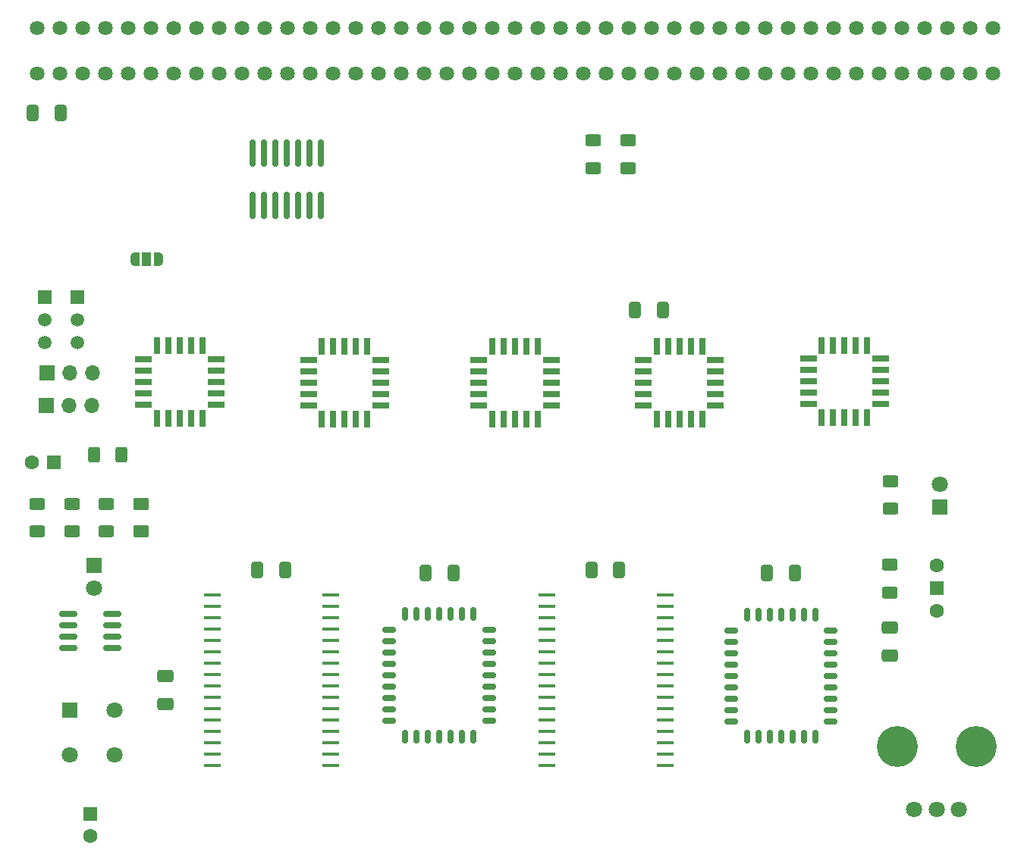
<source format=gbr>
%TF.GenerationSoftware,KiCad,Pcbnew,9.0.0*%
%TF.CreationDate,2025-03-08T11:07:18+01:00*%
%TF.ProjectId,DeMoN-Flash-J,44654d6f-4e2d-4466-9c61-73682d4a2e6b,rev?*%
%TF.SameCoordinates,Original*%
%TF.FileFunction,Soldermask,Top*%
%TF.FilePolarity,Negative*%
%FSLAX45Y45*%
G04 Gerber Fmt 4.5, Leading zero omitted, Abs format (unit mm)*
G04 Created by KiCad (PCBNEW 9.0.0) date 2025-03-08 11:07:18*
%MOMM*%
%LPD*%
G01*
G04 APERTURE LIST*
G04 Aperture macros list*
%AMRoundRect*
0 Rectangle with rounded corners*
0 $1 Rounding radius*
0 $2 $3 $4 $5 $6 $7 $8 $9 X,Y pos of 4 corners*
0 Add a 4 corners polygon primitive as box body*
4,1,4,$2,$3,$4,$5,$6,$7,$8,$9,$2,$3,0*
0 Add four circle primitives for the rounded corners*
1,1,$1+$1,$2,$3*
1,1,$1+$1,$4,$5*
1,1,$1+$1,$6,$7*
1,1,$1+$1,$8,$9*
0 Add four rect primitives between the rounded corners*
20,1,$1+$1,$2,$3,$4,$5,0*
20,1,$1+$1,$4,$5,$6,$7,0*
20,1,$1+$1,$6,$7,$8,$9,0*
20,1,$1+$1,$8,$9,$2,$3,0*%
%AMFreePoly0*
4,1,23,0.550000,-0.750000,0.000000,-0.750000,0.000000,-0.745722,-0.065263,-0.745722,-0.191342,-0.711940,-0.304381,-0.646677,-0.396677,-0.554381,-0.461940,-0.441342,-0.495722,-0.315263,-0.495722,-0.250000,-0.500000,-0.250000,-0.500000,0.250000,-0.495722,0.250000,-0.495722,0.315263,-0.461940,0.441342,-0.396677,0.554381,-0.304381,0.646677,-0.191342,0.711940,-0.065263,0.745722,0.000000,0.745722,
0.000000,0.750000,0.550000,0.750000,0.550000,-0.750000,0.550000,-0.750000,$1*%
%AMFreePoly1*
4,1,23,0.000000,0.745722,0.065263,0.745722,0.191342,0.711940,0.304381,0.646677,0.396677,0.554381,0.461940,0.441342,0.495722,0.315263,0.495722,0.250000,0.500000,0.250000,0.500000,-0.250000,0.495722,-0.250000,0.495722,-0.315263,0.461940,-0.441342,0.396677,-0.554381,0.304381,-0.646677,0.191342,-0.711940,0.065263,-0.745722,0.000000,-0.745722,0.000000,-0.750000,-0.550000,-0.750000,
-0.550000,0.750000,0.000000,0.750000,0.000000,0.745722,0.000000,0.745722,$1*%
G04 Aperture macros list end*
%ADD10R,1.500000X1.500000*%
%ADD11C,1.600000*%
%ADD12C,1.500000*%
%ADD13R,1.600000X1.600000*%
%ADD14R,1.800000X1.800000*%
%ADD15C,1.800000*%
%ADD16RoundRect,0.250000X-0.412500X-0.650000X0.412500X-0.650000X0.412500X0.650000X-0.412500X0.650000X0*%
%ADD17R,1.700000X1.700000*%
%ADD18O,1.700000X1.700000*%
%ADD19R,0.700000X1.925000*%
%ADD20R,1.925000X0.700000*%
%ADD21R,1.981000X0.457000*%
%ADD22RoundRect,0.250000X-0.625000X0.400000X-0.625000X-0.400000X0.625000X-0.400000X0.625000X0.400000X0*%
%ADD23RoundRect,0.250000X-0.650000X0.412500X-0.650000X-0.412500X0.650000X-0.412500X0.650000X0.412500X0*%
%ADD24C,1.635000*%
%ADD25RoundRect,0.250000X0.412500X0.650000X-0.412500X0.650000X-0.412500X-0.650000X0.412500X-0.650000X0*%
%ADD26RoundRect,0.150000X-0.150000X-0.587500X0.150000X-0.587500X0.150000X0.587500X-0.150000X0.587500X0*%
%ADD27RoundRect,0.150000X-0.587500X-0.150000X0.587500X-0.150000X0.587500X0.150000X-0.587500X0.150000X0*%
%ADD28RoundRect,0.150000X-0.150000X1.350000X-0.150000X-1.350000X0.150000X-1.350000X0.150000X1.350000X0*%
%ADD29C,4.575000*%
%ADD30RoundRect,0.150000X-0.825000X-0.150000X0.825000X-0.150000X0.825000X0.150000X-0.825000X0.150000X0*%
%ADD31FreePoly0,0.000000*%
%ADD32R,1.000000X1.500000*%
%ADD33FreePoly1,0.000000*%
%ADD34RoundRect,0.250001X0.624999X-0.462499X0.624999X0.462499X-0.624999X0.462499X-0.624999X-0.462499X0*%
%ADD35RoundRect,0.250000X-0.400000X-0.625000X0.400000X-0.625000X0.400000X0.625000X-0.400000X0.625000X0*%
G04 APERTURE END LIST*
D10*
%TO.C,SW2*%
X18850000Y-10169000D03*
D11*
X18850000Y-10423000D03*
X18850000Y-9915000D03*
%TD*%
D10*
%TO.C,Q2*%
X8890000Y-6920000D03*
D12*
X8890000Y-7174000D03*
X8890000Y-7428000D03*
%TD*%
D13*
%TO.C,C1*%
X9400000Y-12694489D03*
D11*
X9400000Y-12944489D03*
%TD*%
D14*
%TO.C,D2*%
X9445000Y-9922500D03*
D15*
X9445000Y-10176500D03*
%TD*%
D16*
%TO.C,C10*%
X11266590Y-9972220D03*
X11579090Y-9972220D03*
%TD*%
D10*
%TO.C,Q1*%
X9260000Y-6920000D03*
D12*
X9260000Y-7174000D03*
X9260000Y-7428000D03*
%TD*%
D17*
%TO.C,JP1*%
X8912840Y-8134220D03*
D18*
X9166840Y-8134220D03*
X9420840Y-8134220D03*
%TD*%
D19*
%TO.C,U4*%
X12240000Y-7469750D03*
X12113000Y-7469750D03*
X11986000Y-7469750D03*
D20*
X11834750Y-7621000D03*
X11834750Y-7748000D03*
X11834750Y-7875000D03*
X11834750Y-8002000D03*
X11834750Y-8129000D03*
D19*
X11986000Y-8280250D03*
X12113000Y-8280250D03*
X12240000Y-8280250D03*
X12367000Y-8280250D03*
X12494000Y-8280250D03*
D20*
X12645250Y-8129000D03*
X12645250Y-8002000D03*
X12645250Y-7875000D03*
X12645250Y-7748000D03*
X12645250Y-7621000D03*
D19*
X12494000Y-7469750D03*
X12367000Y-7469750D03*
%TD*%
D14*
%TO.C,SW1*%
X9167750Y-11537750D03*
D15*
X9667750Y-11537750D03*
X9167750Y-12037750D03*
X9667750Y-12037750D03*
%TD*%
D21*
%TO.C,U8*%
X14494440Y-10247500D03*
X14494440Y-10374500D03*
X14494440Y-10501500D03*
X14494440Y-10628500D03*
X14494440Y-10755500D03*
X14494440Y-10882500D03*
X14494440Y-11009500D03*
X14494440Y-11136500D03*
X14494440Y-11263500D03*
X14494440Y-11390500D03*
X14494440Y-11517500D03*
X14494440Y-11644500D03*
X14494440Y-11771500D03*
X14494440Y-11898500D03*
X14494440Y-12025500D03*
X14494440Y-12152500D03*
X15817240Y-12152500D03*
X15817240Y-12025500D03*
X15817240Y-11898500D03*
X15817240Y-11771500D03*
X15817240Y-11644500D03*
X15817240Y-11517500D03*
X15817240Y-11390500D03*
X15817240Y-11263500D03*
X15817240Y-11136500D03*
X15817240Y-11009500D03*
X15817240Y-10882500D03*
X15817240Y-10755500D03*
X15817240Y-10628500D03*
X15817240Y-10501500D03*
X15817240Y-10374500D03*
X15817240Y-10247500D03*
%TD*%
D22*
%TO.C,R3*%
X18330000Y-8975000D03*
X18330000Y-9285000D03*
%TD*%
D23*
%TO.C,C2*%
X10240000Y-11158750D03*
X10240000Y-11471250D03*
%TD*%
D24*
%TO.C,CN1*%
X8806000Y-4420000D03*
X8806000Y-3912000D03*
X9060000Y-4420000D03*
X9060000Y-3912000D03*
X9314000Y-4420000D03*
X9314000Y-3912000D03*
X9568000Y-4420000D03*
X9568000Y-3912000D03*
X9822000Y-4420000D03*
X9822000Y-3912000D03*
X10076000Y-4420000D03*
X10076000Y-3912000D03*
X10330000Y-4420000D03*
X10330000Y-3912000D03*
X10584000Y-4420000D03*
X10584000Y-3912000D03*
X10838000Y-4420000D03*
X10838000Y-3912000D03*
X11092000Y-4420000D03*
X11092000Y-3912000D03*
X11346000Y-4420000D03*
X11346000Y-3912000D03*
X11600000Y-4420000D03*
X11600000Y-3912000D03*
X11854000Y-4420000D03*
X11854000Y-3912000D03*
X12108000Y-4420000D03*
X12108000Y-3912000D03*
X12362000Y-4420000D03*
X12362000Y-3912000D03*
X12616000Y-4420000D03*
X12616000Y-3912000D03*
X12870000Y-4420000D03*
X12870000Y-3912000D03*
X13124000Y-4420000D03*
X13124000Y-3912000D03*
X13378000Y-4420000D03*
X13378000Y-3912000D03*
X13632000Y-4420000D03*
X13632000Y-3912000D03*
X13886000Y-4420000D03*
X13886000Y-3912000D03*
X14140000Y-4420000D03*
X14140000Y-3912000D03*
X14394000Y-4420000D03*
X14394000Y-3912000D03*
X14648000Y-4420000D03*
X14648000Y-3912000D03*
X14902000Y-4420000D03*
X14902000Y-3912000D03*
X15156000Y-4420000D03*
X15156000Y-3912000D03*
X15410000Y-4420000D03*
X15410000Y-3912000D03*
X15664000Y-4420000D03*
X15664000Y-3912000D03*
X15918000Y-4420000D03*
X15918000Y-3912000D03*
X16172000Y-4420000D03*
X16172000Y-3912000D03*
X16426000Y-4420000D03*
X16426000Y-3912000D03*
X16680000Y-4420000D03*
X16680000Y-3912000D03*
X16934000Y-4420000D03*
X16934000Y-3912000D03*
X17188000Y-4420000D03*
X17188000Y-3912000D03*
X17442000Y-4420000D03*
X17442000Y-3912000D03*
X17696000Y-4420000D03*
X17696000Y-3912000D03*
X17950000Y-4420000D03*
X17950000Y-3912000D03*
X18204000Y-4420000D03*
X18204000Y-3912000D03*
X18458000Y-4420000D03*
X18458000Y-3912000D03*
X18712000Y-4420000D03*
X18712000Y-3912000D03*
X18966000Y-4420000D03*
X18966000Y-3912000D03*
X19220000Y-4420000D03*
X19220000Y-3912000D03*
X19474000Y-4420000D03*
X19474000Y-3912000D03*
%TD*%
D25*
%TO.C,C7*%
X17267090Y-10000000D03*
X16954590Y-10000000D03*
%TD*%
D22*
%TO.C,R1*%
X15405000Y-5170000D03*
X15405000Y-5480000D03*
%TD*%
D25*
%TO.C,C4*%
X15791250Y-7065000D03*
X15478750Y-7065000D03*
%TD*%
D26*
%TO.C,U9*%
X17110840Y-10467970D03*
X16983840Y-10467970D03*
X16856840Y-10467970D03*
X16729840Y-10467970D03*
D27*
X16554590Y-10643720D03*
X16554590Y-10770720D03*
X16554590Y-10897720D03*
X16554590Y-11024720D03*
X16554590Y-11151720D03*
X16554590Y-11278720D03*
X16554590Y-11405720D03*
X16554590Y-11532720D03*
X16554590Y-11659720D03*
D26*
X16729840Y-11835470D03*
X16856840Y-11835470D03*
X16983840Y-11835470D03*
X17110840Y-11835470D03*
X17237840Y-11835470D03*
X17364840Y-11835470D03*
X17491840Y-11835470D03*
D27*
X17667090Y-11659720D03*
X17667090Y-11532720D03*
X17667090Y-11405720D03*
X17667090Y-11278720D03*
X17667090Y-11151720D03*
X17667090Y-11024720D03*
X17667090Y-10897720D03*
X17667090Y-10770720D03*
X17667090Y-10643720D03*
D26*
X17491840Y-10467970D03*
X17364840Y-10467970D03*
X17237840Y-10467970D03*
%TD*%
D22*
%TO.C,R6*%
X9195000Y-9230000D03*
X9195000Y-9540000D03*
%TD*%
D13*
%TO.C,C6*%
X8995000Y-8765000D03*
D11*
X8745000Y-8765000D03*
%TD*%
D25*
%TO.C,C9*%
X13456090Y-10000000D03*
X13143590Y-10000000D03*
%TD*%
D19*
%TO.C,U3*%
X14140000Y-7469750D03*
X14013000Y-7469750D03*
X13886000Y-7469750D03*
D20*
X13734750Y-7621000D03*
X13734750Y-7748000D03*
X13734750Y-7875000D03*
X13734750Y-8002000D03*
X13734750Y-8129000D03*
D19*
X13886000Y-8280250D03*
X14013000Y-8280250D03*
X14140000Y-8280250D03*
X14267000Y-8280250D03*
X14394000Y-8280250D03*
D20*
X14545250Y-8129000D03*
X14545250Y-8002000D03*
X14545250Y-7875000D03*
X14545250Y-7748000D03*
X14545250Y-7621000D03*
D19*
X14394000Y-7469750D03*
X14267000Y-7469750D03*
%TD*%
D21*
%TO.C,U10*%
X12082240Y-10247500D03*
X12082240Y-10374500D03*
X12082240Y-10501500D03*
X12082240Y-10628500D03*
X12082240Y-10755500D03*
X12082240Y-10882500D03*
X12082240Y-11009500D03*
X12082240Y-11136500D03*
X12082240Y-11263500D03*
X12082240Y-11390500D03*
X12082240Y-11517500D03*
X12082240Y-11644500D03*
X12082240Y-11771500D03*
X12082240Y-11898500D03*
X12082240Y-12025500D03*
X12082240Y-12152500D03*
X10759440Y-12152500D03*
X10759440Y-12025500D03*
X10759440Y-11898500D03*
X10759440Y-11771500D03*
X10759440Y-11644500D03*
X10759440Y-11517500D03*
X10759440Y-11390500D03*
X10759440Y-11263500D03*
X10759440Y-11136500D03*
X10759440Y-11009500D03*
X10759440Y-10882500D03*
X10759440Y-10755500D03*
X10759440Y-10628500D03*
X10759440Y-10501500D03*
X10759440Y-10374500D03*
X10759440Y-10247500D03*
%TD*%
D14*
%TO.C,D1*%
X18885000Y-9270000D03*
D15*
X18885000Y-9016000D03*
%TD*%
D19*
%TO.C,U1*%
X17820000Y-7459750D03*
X17693000Y-7459750D03*
X17566000Y-7459750D03*
D20*
X17414750Y-7611000D03*
X17414750Y-7738000D03*
X17414750Y-7865000D03*
X17414750Y-7992000D03*
X17414750Y-8119000D03*
D19*
X17566000Y-8270250D03*
X17693000Y-8270250D03*
X17820000Y-8270250D03*
X17947000Y-8270250D03*
X18074000Y-8270250D03*
D20*
X18225250Y-8119000D03*
X18225250Y-7992000D03*
X18225250Y-7865000D03*
X18225250Y-7738000D03*
X18225250Y-7611000D03*
D19*
X18074000Y-7459750D03*
X17947000Y-7459750D03*
%TD*%
%TO.C,U5*%
X10400000Y-7464750D03*
X10273000Y-7464750D03*
X10146000Y-7464750D03*
D20*
X9994750Y-7616000D03*
X9994750Y-7743000D03*
X9994750Y-7870000D03*
X9994750Y-7997000D03*
X9994750Y-8124000D03*
D19*
X10146000Y-8275250D03*
X10273000Y-8275250D03*
X10400000Y-8275250D03*
X10527000Y-8275250D03*
X10654000Y-8275250D03*
D20*
X10805250Y-8124000D03*
X10805250Y-7997000D03*
X10805250Y-7870000D03*
X10805250Y-7743000D03*
X10805250Y-7616000D03*
D19*
X10654000Y-7464750D03*
X10527000Y-7464750D03*
%TD*%
D23*
%TO.C,C3*%
X18320000Y-10613750D03*
X18320000Y-10926250D03*
%TD*%
D28*
%TO.C,U6*%
X11976000Y-5310000D03*
X11849000Y-5310000D03*
X11722000Y-5310000D03*
X11595000Y-5310000D03*
X11468000Y-5310000D03*
X11341000Y-5310000D03*
X11214000Y-5310000D03*
X11214000Y-5900000D03*
X11341000Y-5900000D03*
X11468000Y-5900000D03*
X11595000Y-5900000D03*
X11722000Y-5900000D03*
X11849000Y-5900000D03*
X11976000Y-5900000D03*
%TD*%
D15*
%TO.C,VR1*%
X18595840Y-12644220D03*
X18845840Y-12644220D03*
X19095840Y-12644220D03*
D29*
X18405840Y-11944220D03*
X19285840Y-11944220D03*
%TD*%
D26*
%TO.C,U7*%
X13293340Y-10462970D03*
X13166340Y-10462970D03*
X13039340Y-10462970D03*
X12912340Y-10462970D03*
D27*
X12737090Y-10638720D03*
X12737090Y-10765720D03*
X12737090Y-10892720D03*
X12737090Y-11019720D03*
X12737090Y-11146720D03*
X12737090Y-11273720D03*
X12737090Y-11400720D03*
X12737090Y-11527720D03*
X12737090Y-11654720D03*
D26*
X12912340Y-11830470D03*
X13039340Y-11830470D03*
X13166340Y-11830470D03*
X13293340Y-11830470D03*
X13420340Y-11830470D03*
X13547340Y-11830470D03*
X13674340Y-11830470D03*
D27*
X13849590Y-11654720D03*
X13849590Y-11527720D03*
X13849590Y-11400720D03*
X13849590Y-11273720D03*
X13849590Y-11146720D03*
X13849590Y-11019720D03*
X13849590Y-10892720D03*
X13849590Y-10765720D03*
X13849590Y-10638720D03*
D26*
X13674340Y-10462970D03*
X13547340Y-10462970D03*
X13420340Y-10462970D03*
%TD*%
D30*
%TO.C,U11*%
X9152500Y-10464500D03*
X9152500Y-10591500D03*
X9152500Y-10718500D03*
X9152500Y-10845500D03*
X9647500Y-10845500D03*
X9647500Y-10718500D03*
X9647500Y-10591500D03*
X9647500Y-10464500D03*
%TD*%
D22*
%TO.C,R7*%
X8810000Y-9230000D03*
X8810000Y-9540000D03*
%TD*%
D31*
%TO.C,JP3*%
X9898340Y-6501720D03*
D32*
X10028340Y-6501720D03*
D33*
X10158340Y-6501720D03*
%TD*%
D34*
%TO.C,D3*%
X9970000Y-9533750D03*
X9970000Y-9236250D03*
%TD*%
D22*
%TO.C,R4*%
X18320000Y-9910000D03*
X18320000Y-10220000D03*
%TD*%
D17*
%TO.C,JP2*%
X8916840Y-7769220D03*
D18*
X9170840Y-7769220D03*
X9424840Y-7769220D03*
%TD*%
D25*
%TO.C,C8*%
X15305090Y-9972220D03*
X14992590Y-9972220D03*
%TD*%
D22*
%TO.C,R2*%
X15015000Y-5170000D03*
X15015000Y-5480000D03*
%TD*%
D35*
%TO.C,R8*%
X9438340Y-8681720D03*
X9748340Y-8681720D03*
%TD*%
D19*
%TO.C,U2*%
X15975000Y-7469750D03*
X15848000Y-7469750D03*
X15721000Y-7469750D03*
D20*
X15569750Y-7621000D03*
X15569750Y-7748000D03*
X15569750Y-7875000D03*
X15569750Y-8002000D03*
X15569750Y-8129000D03*
D19*
X15721000Y-8280250D03*
X15848000Y-8280250D03*
X15975000Y-8280250D03*
X16102000Y-8280250D03*
X16229000Y-8280250D03*
D20*
X16380250Y-8129000D03*
X16380250Y-8002000D03*
X16380250Y-7875000D03*
X16380250Y-7748000D03*
X16380250Y-7621000D03*
D19*
X16229000Y-7469750D03*
X16102000Y-7469750D03*
%TD*%
D25*
%TO.C,C5*%
X9071250Y-4860000D03*
X8758750Y-4860000D03*
%TD*%
D22*
%TO.C,R5*%
X9575000Y-9230000D03*
X9575000Y-9540000D03*
%TD*%
M02*

</source>
